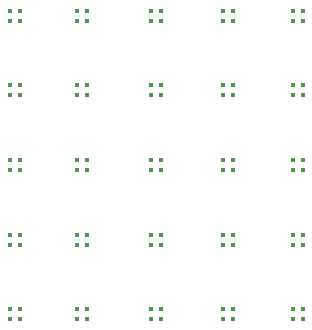
<source format=gbp>
G04 #@! TF.GenerationSoftware,KiCad,Pcbnew,8.0.1*
G04 #@! TF.CreationDate,2024-05-20T20:52:02+02:00*
G04 #@! TF.ProjectId,microled-square,6d696372-6f6c-4656-942d-737175617265,rev?*
G04 #@! TF.SameCoordinates,Original*
G04 #@! TF.FileFunction,Paste,Bot*
G04 #@! TF.FilePolarity,Positive*
%FSLAX46Y46*%
G04 Gerber Fmt 4.6, Leading zero omitted, Abs format (unit mm)*
G04 Created by KiCad (PCBNEW 8.0.1) date 2024-05-20 20:52:02*
%MOMM*%
%LPD*%
G01*
G04 APERTURE LIST*
%ADD10R,0.450000X0.450000*%
G04 APERTURE END LIST*
D10*
X27090000Y-23150000D03*
X26240000Y-23150000D03*
X27090000Y-24000000D03*
X26240000Y-24000000D03*
X38990000Y-42125000D03*
X38140000Y-42125000D03*
X38990000Y-42975000D03*
X38140000Y-42975000D03*
X51000000Y-23150000D03*
X50150000Y-23150000D03*
X51000000Y-24000000D03*
X50150000Y-24000000D03*
X45090000Y-35800000D03*
X44240000Y-35800000D03*
X45090000Y-36650000D03*
X44240000Y-36650000D03*
X27090000Y-29475000D03*
X26240000Y-29475000D03*
X27090000Y-30325000D03*
X26240000Y-30325000D03*
X38990000Y-29475000D03*
X38140000Y-29475000D03*
X38990000Y-30325000D03*
X38140000Y-30325000D03*
X45090000Y-23150000D03*
X44240000Y-23150000D03*
X45090000Y-24000000D03*
X44240000Y-24000000D03*
X32790000Y-48450000D03*
X31940000Y-48450000D03*
X32790000Y-49300000D03*
X31940000Y-49300000D03*
X51000000Y-29475000D03*
X50150000Y-29475000D03*
X51000000Y-30325000D03*
X50150000Y-30325000D03*
X27090000Y-42125000D03*
X26240000Y-42125000D03*
X27090000Y-42975000D03*
X26240000Y-42975000D03*
X32790000Y-35800000D03*
X31940000Y-35800000D03*
X32790000Y-36650000D03*
X31940000Y-36650000D03*
X51000000Y-48450000D03*
X50150000Y-48450000D03*
X51000000Y-49300000D03*
X50150000Y-49300000D03*
X27090000Y-35800000D03*
X26240000Y-35800000D03*
X27090000Y-36650000D03*
X26240000Y-36650000D03*
X32790000Y-23150000D03*
X31940000Y-23150000D03*
X32790000Y-24000000D03*
X31940000Y-24000000D03*
X51000000Y-42125000D03*
X50150000Y-42125000D03*
X51000000Y-42975000D03*
X50150000Y-42975000D03*
X38990000Y-48450000D03*
X38140000Y-48450000D03*
X38990000Y-49300000D03*
X38140000Y-49300000D03*
X38990000Y-35800000D03*
X38140000Y-35800000D03*
X38990000Y-36650000D03*
X38140000Y-36650000D03*
X45090000Y-42125000D03*
X44240000Y-42125000D03*
X45090000Y-42975000D03*
X44240000Y-42975000D03*
X27090000Y-48450000D03*
X26240000Y-48450000D03*
X27090000Y-49300000D03*
X26240000Y-49300000D03*
X45090000Y-48450000D03*
X44240000Y-48450000D03*
X45090000Y-49300000D03*
X44240000Y-49300000D03*
X45090000Y-29475000D03*
X44240000Y-29475000D03*
X45090000Y-30325000D03*
X44240000Y-30325000D03*
X32790000Y-42125000D03*
X31940000Y-42125000D03*
X32790000Y-42975000D03*
X31940000Y-42975000D03*
X32790000Y-29475000D03*
X31940000Y-29475000D03*
X32790000Y-30325000D03*
X31940000Y-30325000D03*
X51000000Y-35800000D03*
X50150000Y-35800000D03*
X51000000Y-36650000D03*
X50150000Y-36650000D03*
X38990000Y-23150000D03*
X38140000Y-23150000D03*
X38990000Y-24000000D03*
X38140000Y-24000000D03*
M02*

</source>
